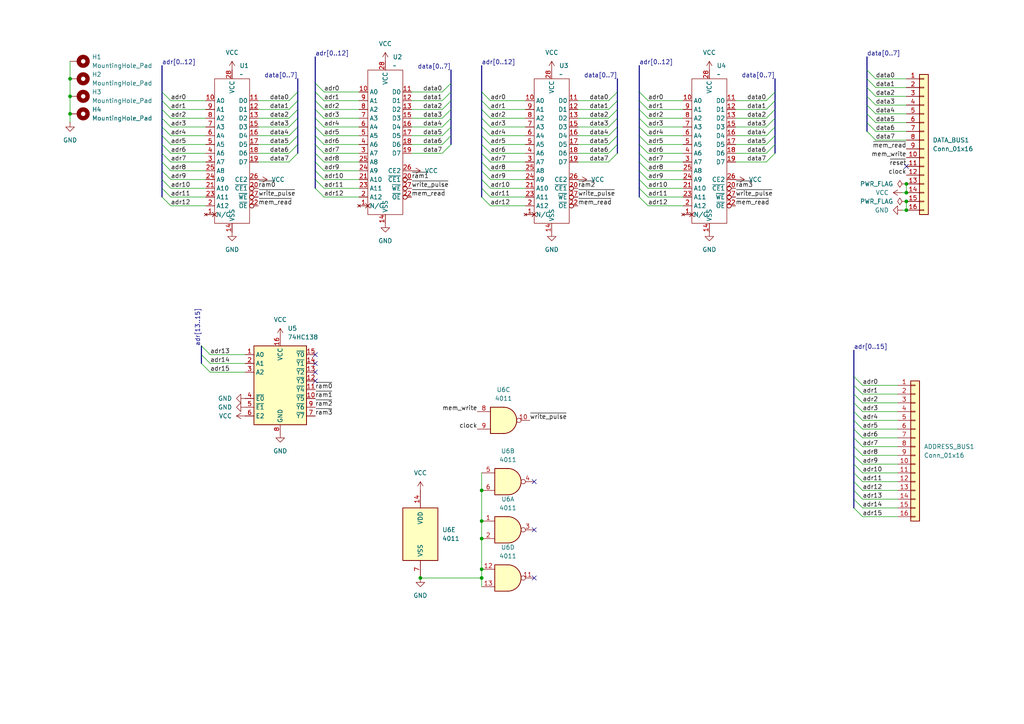
<source format=kicad_sch>
(kicad_sch (version 20250114) (generator "eeschema") (generator_version "9.0")
  (paper "A4")
  (title_block (title "PC-XX TEMPLATE") (rev "A"))
  (lib_symbols
    (symbol "4xxx:4011" (pin_names (offset 1.016))
      (property "Reference" "U" (at 0 1.27 0))
      (property "Value" "4011" (at 0 -1.27 0))
      (symbol "4011_1_1"
        (arc (start 0 3.81) (mid 3.7934 0) (end 0 -3.81) (stroke (width 0.254)) (fill (type background)))
        (polyline (pts (xy 0 3.81) (xy -3.81 3.81) (xy -3.81 -3.81) (xy 0 -3.81)) (stroke (width 0.254)) (fill (type background)))
        (pin input line (at -7.62 2.54 0) (length 3.81) (name "~") (number "1"))
        (pin input line (at -7.62 -2.54 0) (length 3.81) (name "~") (number "2"))
        (pin output inverted (at 7.62 0 180) (length 3.81) (name "~") (number "3"))
      )
      (symbol "4011_1_2"
        (arc (start -3.81 3.81) (mid -2.589 0) (end -3.81 -3.81) (stroke (width 0.254)))
        (polyline (pts (xy -3.81 3.81) (xy -0.635 3.81)) (stroke (width 0.254)) (fill (type background)))
        (polyline (pts (xy -3.81 -3.81) (xy -0.635 -3.81)) (stroke (width 0.254)) (fill (type background)))
        (arc (start 3.81 0) (mid 2.1855 -2.584) (end -0.6096 -3.81) (stroke (width 0.254)) (fill (type background)))
        (arc (start -0.6096 3.81) (mid 2.1928 2.5924) (end 3.81 0) (stroke (width 0.254)) (fill (type background)))
        (polyline (pts (xy -0.635 3.81) (xy -3.81 3.81) (xy -3.81 3.81) (xy -3.556 3.4036) (xy -3.0226 2.2606) (xy -2.6924 1.0414) (xy -2.6162 -0.254) (xy -2.7686 -1.4986) (xy -3.175 -2.7178) (xy -3.81 -3.81) (xy -3.81 -3.81) (xy -0.635 -3.81)) (stroke (width -25.4)) (fill (type background)))
        (pin input inverted (at -7.62 2.54 0) (length 4.318) (name "~") (number "1"))
        (pin input inverted (at -7.62 -2.54 0) (length 4.318) (name "~") (number "2"))
        (pin output line (at 7.62 0 180) (length 3.81) (name "~") (number "3"))
      )
      (symbol "4011_2_1"
        (arc (start 0 3.81) (mid 3.7934 0) (end 0 -3.81) (stroke (width 0.254)) (fill (type background)))
        (polyline (pts (xy 0 3.81) (xy -3.81 3.81) (xy -3.81 -3.81) (xy 0 -3.81)) (stroke (width 0.254)) (fill (type background)))
        (pin input line (at -7.62 2.54 0) (length 3.81) (name "~") (number "5"))
        (pin input line (at -7.62 -2.54 0) (length 3.81) (name "~") (number "6"))
        (pin output inverted (at 7.62 0 180) (length 3.81) (name "~") (number "4"))
      )
      (symbol "4011_2_2"
        (arc (start -3.81 3.81) (mid -2.589 0) (end -3.81 -3.81) (stroke (width 0.254)))
        (polyline (pts (xy -3.81 3.81) (xy -0.635 3.81)) (stroke (width 0.254)) (fill (type background)))
        (polyline (pts (xy -3.81 -3.81) (xy -0.635 -3.81)) (stroke (width 0.254)) (fill (type background)))
        (arc (start 3.81 0) (mid 2.1855 -2.584) (end -0.6096 -3.81) (stroke (width 0.254)) (fill (type background)))
        (arc (start -0.6096 3.81) (mid 2.1928 2.5924) (end 3.81 0) (stroke (width 0.254)) (fill (type background)))
        (polyline (pts (xy -0.635 3.81) (xy -3.81 3.81) (xy -3.81 3.81) (xy -3.556 3.4036) (xy -3.0226 2.2606) (xy -2.6924 1.0414) (xy -2.6162 -0.254) (xy -2.7686 -1.4986) (xy -3.175 -2.7178) (xy -3.81 -3.81) (xy -3.81 -3.81) (xy -0.635 -3.81)) (stroke (width -25.4)) (fill (type background)))
        (pin input inverted (at -7.62 2.54 0) (length 4.318) (name "~") (number "5"))
        (pin input inverted (at -7.62 -2.54 0) (length 4.318) (name "~") (number "6"))
        (pin output line (at 7.62 0 180) (length 3.81) (name "~") (number "4"))
      )
      (symbol "4011_3_1"
        (arc (start 0 3.81) (mid 3.7934 0) (end 0 -3.81) (stroke (width 0.254)) (fill (type background)))
        (polyline (pts (xy 0 3.81) (xy -3.81 3.81) (xy -3.81 -3.81) (xy 0 -3.81)) (stroke (width 0.254)) (fill (type background)))
        (pin input line (at -7.62 2.54 0) (length 3.81) (name "~") (number "8"))
        (pin input line (at -7.62 -2.54 0) (length 3.81) (name "~") (number "9"))
        (pin output inverted (at 7.62 0 180) (length 3.81) (name "~") (number "10"))
      )
      (symbol "4011_3_2"
        (arc (start -3.81 3.81) (mid -2.589 0) (end -3.81 -3.81) (stroke (width 0.254)))
        (polyline (pts (xy -3.81 3.81) (xy -0.635 3.81)) (stroke (width 0.254)) (fill (type background)))
        (polyline (pts (xy -3.81 -3.81) (xy -0.635 -3.81)) (stroke (width 0.254)) (fill (type background)))
        (arc (start 3.81 0) (mid 2.1855 -2.584) (end -0.6096 -3.81) (stroke (width 0.254)) (fill (type background)))
        (arc (start -0.6096 3.81) (mid 2.1928 2.5924) (end 3.81 0) (stroke (width 0.254)) (fill (type background)))
        (polyline (pts (xy -0.635 3.81) (xy -3.81 3.81) (xy -3.81 3.81) (xy -3.556 3.4036) (xy -3.0226 2.2606) (xy -2.6924 1.0414) (xy -2.6162 -0.254) (xy -2.7686 -1.4986) (xy -3.175 -2.7178) (xy -3.81 -3.81) (xy -3.81 -3.81) (xy -0.635 -3.81)) (stroke (width -25.4)) (fill (type background)))
        (pin input inverted (at -7.62 2.54 0) (length 4.318) (name "~") (number "8"))
        (pin input inverted (at -7.62 -2.54 0) (length 4.318) (name "~") (number "9"))
        (pin output line (at 7.62 0 180) (length 3.81) (name "~") (number "10"))
      )
      (symbol "4011_4_1"
        (arc (start 0 3.81) (mid 3.7934 0) (end 0 -3.81) (stroke (width 0.254)) (fill (type background)))
        (polyline (pts (xy 0 3.81) (xy -3.81 3.81) (xy -3.81 -3.81) (xy 0 -3.81)) (stroke (width 0.254)) (fill (type background)))
        (pin input line (at -7.62 2.54 0) (length 3.81) (name "~") (number "12"))
        (pin input line (at -7.62 -2.54 0) (length 3.81) (name "~") (number "13"))
        (pin output inverted (at 7.62 0 180) (length 3.81) (name "~") (number "11"))
      )
      (symbol "4011_4_2"
        (arc (start -3.81 3.81) (mid -2.589 0) (end -3.81 -3.81) (stroke (width 0.254)))
        (polyline (pts (xy -3.81 3.81) (xy -0.635 3.81)) (stroke (width 0.254)) (fill (type background)))
        (polyline (pts (xy -3.81 -3.81) (xy -0.635 -3.81)) (stroke (width 0.254)) (fill (type background)))
        (arc (start 3.81 0) (mid 2.1855 -2.584) (end -0.6096 -3.81) (stroke (width 0.254)) (fill (type background)))
        (arc (start -0.6096 3.81) (mid 2.1928 2.5924) (end 3.81 0) (stroke (width 0.254)) (fill (type background)))
        (polyline (pts (xy -0.635 3.81) (xy -3.81 3.81) (xy -3.81 3.81) (xy -3.556 3.4036) (xy -3.0226 2.2606) (xy -2.6924 1.0414) (xy -2.6162 -0.254) (xy -2.7686 -1.4986) (xy -3.175 -2.7178) (xy -3.81 -3.81) (xy -3.81 -3.81) (xy -0.635 -3.81)) (stroke (width -25.4)) (fill (type background)))
        (pin input inverted (at -7.62 2.54 0) (length 4.318) (name "~") (number "12"))
        (pin input inverted (at -7.62 -2.54 0) (length 4.318) (name "~") (number "13"))
        (pin output line (at 7.62 0 180) (length 3.81) (name "~") (number "11"))
      )
      (symbol "4011_5_0"
        (pin power_in line (at 0 12.7 270) (length 5.08) (name "VDD") (number "14"))
        (pin power_in line (at 0 -12.7 90) (length 5.08) (name "VSS") (number "7"))
      )
      (symbol "4011_5_1"
        (rectangle (start -5.08 7.62) (end 5.08 -7.62) (stroke (width 0.254)) (fill (type background)))
      )
    )
    (symbol "74xx:74HC138"
      (property "Reference" "U" (at -7.62 13.97 0))
      (property "Value" "74HC138" (at 2.54 -11.43 0))
      (symbol "74HC138_0_1"
        (rectangle (start -7.62 12.7) (end 7.62 -10.16) (stroke (width 0.254)) (fill (type background)))
      )
      (symbol "74HC138_1_1"
        (pin input line (at -10.16 10.16 0) (length 2.54) (name "A0") (number "1"))
        (pin input line (at -10.16 7.62 0) (length 2.54) (name "A1") (number "2"))
        (pin input line (at -10.16 5.08 0) (length 2.54) (name "A2") (number "3"))
        (pin input line (at -10.16 -2.54 0) (length 2.54) (name "~{E0}") (number "4"))
        (pin input line (at -10.16 -5.08 0) (length 2.54) (name "~{E1}") (number "5"))
        (pin input line (at -10.16 -7.62 0) (length 2.54) (name "E2") (number "6"))
        (pin power_in line (at 0 15.24 270) (length 2.54) (name "VCC") (number "16"))
        (pin power_in line (at 0 -12.7 90) (length 2.54) (name "GND") (number "8"))
        (pin output line (at 10.16 10.16 180) (length 2.54) (name "~{Y0}") (number "15"))
        (pin output line (at 10.16 7.62 180) (length 2.54) (name "~{Y1}") (number "14"))
        (pin output line (at 10.16 5.08 180) (length 2.54) (name "~{Y2}") (number "13"))
        (pin output line (at 10.16 2.54 180) (length 2.54) (name "~{Y3}") (number "12"))
        (pin output line (at 10.16 0 180) (length 2.54) (name "~{Y4}") (number "11"))
        (pin output line (at 10.16 -2.54 180) (length 2.54) (name "~{Y5}") (number "10"))
        (pin output line (at 10.16 -5.08 180) (length 2.54) (name "~{Y6}") (number "9"))
        (pin output line (at 10.16 -7.62 180) (length 2.54) (name "~{Y7}") (number "7"))
      )
    )
    (symbol "Connector_Generic:Conn_01x16" (pin_names (offset 1.016) (hide yes))
      (property "Reference" "J" (at 0 20.32 0))
      (property "Value" "Conn_01x16" (at 0 -22.86 0))
      (symbol "Conn_01x16_1_1"
        (rectangle (start -1.27 19.05) (end 1.27 -21.59) (stroke (width 0.254)) (fill (type background)))
        (rectangle (start -1.27 17.907) (end 0 17.653) (stroke (width 0.1524)))
        (rectangle (start -1.27 15.367) (end 0 15.113) (stroke (width 0.1524)))
        (rectangle (start -1.27 12.827) (end 0 12.573) (stroke (width 0.1524)))
        (rectangle (start -1.27 10.287) (end 0 10.033) (stroke (width 0.1524)))
        (rectangle (start -1.27 7.747) (end 0 7.493) (stroke (width 0.1524)))
        (rectangle (start -1.27 5.207) (end 0 4.953) (stroke (width 0.1524)))
        (rectangle (start -1.27 2.667) (end 0 2.413) (stroke (width 0.1524)))
        (rectangle (start -1.27 0.127) (end 0 -0.127) (stroke (width 0.1524)))
        (rectangle (start -1.27 -2.413) (end 0 -2.667) (stroke (width 0.1524)))
        (rectangle (start -1.27 -4.953) (end 0 -5.207) (stroke (width 0.1524)))
        (rectangle (start -1.27 -7.493) (end 0 -7.747) (stroke (width 0.1524)))
        (rectangle (start -1.27 -10.033) (end 0 -10.287) (stroke (width 0.1524)))
        (rectangle (start -1.27 -12.573) (end 0 -12.827) (stroke (width 0.1524)))
        (rectangle (start -1.27 -15.113) (end 0 -15.367) (stroke (width 0.1524)))
        (rectangle (start -1.27 -17.653) (end 0 -17.907) (stroke (width 0.1524)))
        (rectangle (start -1.27 -20.193) (end 0 -20.447) (stroke (width 0.1524)))
        (pin passive line (at -5.08 17.78 0) (length 3.81) (name "Pin_1") (number "1"))
        (pin passive line (at -5.08 15.24 0) (length 3.81) (name "Pin_2") (number "2"))
        (pin passive line (at -5.08 12.7 0) (length 3.81) (name "Pin_3") (number "3"))
        (pin passive line (at -5.08 10.16 0) (length 3.81) (name "Pin_4") (number "4"))
        (pin passive line (at -5.08 7.62 0) (length 3.81) (name "Pin_5") (number "5"))
        (pin passive line (at -5.08 5.08 0) (length 3.81) (name "Pin_6") (number "6"))
        (pin passive line (at -5.08 2.54 0) (length 3.81) (name "Pin_7") (number "7"))
        (pin passive line (at -5.08 0 0) (length 3.81) (name "Pin_8") (number "8"))
        (pin passive line (at -5.08 -2.54 0) (length 3.81) (name "Pin_9") (number "9"))
        (pin passive line (at -5.08 -5.08 0) (length 3.81) (name "Pin_10") (number "10"))
        (pin passive line (at -5.08 -7.62 0) (length 3.81) (name "Pin_11") (number "11"))
        (pin passive line (at -5.08 -10.16 0) (length 3.81) (name "Pin_12") (number "12"))
        (pin passive line (at -5.08 -12.7 0) (length 3.81) (name "Pin_13") (number "13"))
        (pin passive line (at -5.08 -15.24 0) (length 3.81) (name "Pin_14") (number "14"))
        (pin passive line (at -5.08 -17.78 0) (length 3.81) (name "Pin_15") (number "15"))
        (pin passive line (at -5.08 -20.32 0) (length 3.81) (name "Pin_16") (number "16"))
      )
    )
    (symbol "Mechanical:MountingHole_Pad" (pin_numbers (hide yes)) (pin_names (offset 1.016) (hide yes)) (exclude_from_sim yes) (in_bom no)
      (property "Reference" "H" (at 0 6.35 0))
      (property "Value" "MountingHole_Pad" (at 0 4.445 0))
      (symbol "MountingHole_Pad_0_1"
        (circle (center 0 1.27) (radius 1.27) (stroke (width 1.27)))
      )
      (symbol "MountingHole_Pad_1_1"
        (pin input line (at 0 -2.54 90) (length 2.54) (name "1") (number "1"))
      )
    )
    (symbol "custom:_1"
      (property "Reference" "U" (at 3.048 24.892 0))
      (symbol "_1_0_0"
        (pin input line (at -7.62 15.24 0) (length 2.54) (name "A0") (number "10"))
        (pin input line (at -7.62 12.7 0) (length 2.54) (name "A1") (number "9"))
        (pin input line (at -7.62 10.16 0) (length 2.54) (name "A2") (number "8"))
        (pin input line (at -7.62 7.62 0) (length 2.54) (name "A3") (number "7"))
        (pin input line (at -7.62 5.08 0) (length 2.54) (name "A4") (number "6"))
        (pin input line (at -7.62 2.54 0) (length 2.54) (name "A5") (number "5"))
        (pin input line (at -7.62 0 0) (length 2.54) (name "A6") (number "4"))
        (pin input line (at -7.62 -2.54 0) (length 2.54) (name "A7") (number "3"))
        (pin input line (at -7.62 -5.08 0) (length 2.54) (name "A8") (number "25"))
        (pin input line (at -7.62 -7.62 0) (length 2.54) (name "A9") (number "24"))
        (pin input line (at -7.62 -10.16 0) (length 2.54) (name "A10") (number "21"))
        (pin input line (at -7.62 -12.7 0) (length 2.54) (name "A11") (number "23"))
        (pin input line (at -7.62 -15.24 0) (length 2.54) (name "A12") (number "2"))
        (pin power_in line (at 0 24.13 270) (length 2.54) (name "VCC") (number "28"))
        (pin power_in line (at 0 -22.86 90) (length 2.54) (name "VSS") (number "14"))
        (pin tri_state line (at 7.62 15.24 180) (length 2.54) (name "D0") (number "11"))
        (pin tri_state line (at 7.62 12.7 180) (length 2.54) (name "D1") (number "12"))
        (pin tri_state line (at 7.62 10.16 180) (length 2.54) (name "D2") (number "13"))
        (pin tri_state line (at 7.62 7.62 180) (length 2.54) (name "D3") (number "15"))
        (pin tri_state line (at 7.62 5.08 180) (length 2.54) (name "D4") (number "16"))
        (pin tri_state line (at 7.62 2.54 180) (length 2.54) (name "D5") (number "17"))
        (pin tri_state line (at 7.62 0 180) (length 2.54) (name "D6") (number "18"))
        (pin tri_state line (at 7.62 -2.54 180) (length 2.54) (name "D7") (number "19"))
        (pin input line (at 7.62 -7.62 180) (length 2.54) (name "CE2") (number "26"))
        (pin input inverted (at 7.62 -10.16 180) (length 2.54) (name "~{CE1}") (number "20"))
        (pin input inverted (at 7.62 -12.7 180) (length 2.54) (name "~{WE}") (number "27"))
        (pin input inverted (at 7.62 -15.24 180) (length 2.54) (name "~{OE}") (number "22"))
      )
      (symbol "_1_0_1"
        (rectangle (start -5.08 21.59) (end 5.08 -20.32))
      )
      (symbol "_1_1_0"
        (pin no_connect non_logic (at -7.62 -17.78 0) (length 2.54) (name "N/C") (number "1"))
      )
    )
    (symbol "power:GND" (power) (pin_numbers (hide yes)) (pin_names (offset 0) (hide yes))
      (property "Value" "GND" (at 0 -3.81 0))
      (symbol "GND_0_1"
        (polyline (pts (xy 0 0) (xy 0 -1.27) (xy 1.27 -1.27) (xy 0 -2.54) (xy -1.27 -1.27) (xy 0 -1.27)))
      )
      (symbol "GND_1_1"
        (pin power_in line (at 0 0 270) (length 0) (name "~") (number "1"))
      )
    )
    (symbol "power:PWR_FLAG" (power) (pin_numbers (hide yes)) (pin_names (offset 0) (hide yes))
      (property "Value" "PWR_FLAG" (at 0 3.81 0))
      (symbol "PWR_FLAG_0_0"
        (pin power_out line (at 0 0 90) (length 0) (name "~") (number "1"))
      )
      (symbol "PWR_FLAG_0_1"
        (polyline (pts (xy 0 0) (xy 0 1.27) (xy -1.016 1.905) (xy 0 2.54) (xy 1.016 1.905) (xy 0 1.27)))
      )
    )
    (symbol "power:VCC" (power) (pin_numbers (hide yes)) (pin_names (offset 0) (hide yes))
      (property "Value" "VCC" (at 0 3.556 0))
      (symbol "VCC_0_1"
        (polyline (pts (xy -0.762 1.27) (xy 0 2.54)))
        (polyline (pts (xy 0 2.54) (xy 0.762 1.27)))
        (polyline (pts (xy 0 0) (xy 0 2.54)))
      )
      (symbol "VCC_1_1"
        (pin power_in line (at 0 0 90) (length 0) (name "~") (number "1"))
      )
    )
  )
  (junction (at 262.89 58.42))
  (junction (at 20.32 33.02))
  (junction (at 121.92 167.64))
  (junction (at 139.7 167.64))
  (junction (at 20.32 27.94))
  (junction (at 139.7 142.24))
  (junction (at 262.89 53.34))
  (junction (at 139.7 165.1))
  (junction (at 139.7 156.21))
  (junction (at 139.7 151.13))
  (junction (at 20.32 22.86))
  (junction (at 262.89 55.88))
  (junction (at 262.89 60.96))
  (no_connect (at 262.89 48.26))
  (no_connect (at 91.44 110.49))
  (no_connect (at 154.94 139.7))
  (no_connect (at 154.94 167.64))
  (no_connect (at 91.44 102.87))
  (no_connect (at 154.94 153.67))
  (no_connect (at 91.44 107.95))
  (no_connect (at 91.44 105.41))
  (bus_entry (at 91.44 34.29) (size 2.54 2.54))
  (bus_entry (at 179.07 29.21) (size -2.54 2.54))
  (bus_entry (at 130.81 39.37) (size -2.54 2.54))
  (bus_entry (at 139.7 39.37) (size 2.54 2.54))
  (bus_entry (at 139.7 49.53) (size 2.54 2.54))
  (bus_entry (at 251.46 20.32) (size 2.54 2.54))
  (bus_entry (at 91.44 49.53) (size 2.54 2.54))
  (bus_entry (at 139.7 41.91) (size 2.54 2.54))
  (bus_entry (at 86.36 34.29) (size -2.54 2.54))
  (bus_entry (at 46.99 34.29) (size 2.54 2.54))
  (bus_entry (at 185.42 26.67) (size 2.54 2.54))
  (bus_entry (at 91.44 29.21) (size 2.54 2.54))
  (bus_entry (at 91.44 52.07) (size 2.54 2.54))
  (bus_entry (at 139.7 44.45) (size 2.54 2.54))
  (bus_entry (at 247.65 127) (size 2.54 2.54))
  (bus_entry (at 91.44 44.45) (size 2.54 2.54))
  (bus_entry (at 46.99 36.83) (size 2.54 2.54))
  (bus_entry (at 46.99 39.37) (size 2.54 2.54))
  (bus_entry (at 251.46 33.02) (size 2.54 2.54))
  (bus_entry (at 247.65 142.24) (size 2.54 2.54))
  (bus_entry (at 130.81 29.21) (size -2.54 2.54))
  (bus_entry (at 86.36 39.37) (size -2.54 2.54))
  (bus_entry (at 46.99 26.67) (size 2.54 2.54))
  (bus_entry (at 185.42 41.91) (size 2.54 2.54))
  (bus_entry (at 251.46 22.86) (size 2.54 2.54))
  (bus_entry (at 247.65 132.08) (size 2.54 2.54))
  (bus_entry (at 185.42 57.15) (size 2.54 2.54))
  (bus_entry (at 179.07 44.45) (size -2.54 2.54))
  (bus_entry (at 46.99 31.75) (size 2.54 2.54))
  (bus_entry (at 224.79 39.37) (size -2.54 2.54))
  (bus_entry (at 91.44 26.67) (size 2.54 2.54))
  (bus_entry (at 91.44 54.61) (size 2.54 2.54))
  (bus_entry (at 139.7 57.15) (size 2.54 2.54))
  (bus_entry (at 224.79 29.21) (size -2.54 2.54))
  (bus_entry (at 130.81 41.91) (size -2.54 2.54))
  (bus_entry (at 247.65 139.7) (size 2.54 2.54))
  (bus_entry (at 224.79 41.91) (size -2.54 2.54))
  (bus_entry (at 185.42 49.53) (size 2.54 2.54))
  (bus_entry (at 139.7 34.29) (size 2.54 2.54))
  (bus_entry (at 185.42 39.37) (size 2.54 2.54))
  (bus_entry (at 46.99 54.61) (size 2.54 2.54))
  (bus_entry (at 247.65 111.76) (size 2.54 2.54))
  (bus_entry (at 247.65 147.32) (size 2.54 2.54))
  (bus_entry (at 91.44 41.91) (size 2.54 2.54))
  (bus_entry (at 139.7 46.99) (size 2.54 2.54))
  (bus_entry (at 251.46 25.4) (size 2.54 2.54))
  (bus_entry (at 139.7 29.21) (size 2.54 2.54))
  (bus_entry (at 224.79 26.67) (size -2.54 2.54))
  (bus_entry (at 185.42 34.29) (size 2.54 2.54))
  (bus_entry (at 251.46 35.56) (size 2.54 2.54))
  (bus_entry (at 46.99 41.91) (size 2.54 2.54))
  (bus_entry (at 247.65 121.92) (size 2.54 2.54))
  (bus_entry (at 185.42 44.45) (size 2.54 2.54))
  (bus_entry (at 139.7 54.61) (size 2.54 2.54))
  (bus_entry (at 86.36 41.91) (size -2.54 2.54))
  (bus_entry (at 247.65 129.54) (size 2.54 2.54))
  (bus_entry (at 91.44 24.13) (size 2.54 2.54))
  (bus_entry (at 185.42 31.75) (size 2.54 2.54))
  (bus_entry (at 46.99 52.07) (size 2.54 2.54))
  (bus_entry (at 247.65 119.38) (size 2.54 2.54))
  (bus_entry (at 46.99 44.45) (size 2.54 2.54))
  (bus_entry (at 247.65 116.84) (size 2.54 2.54))
  (bus_entry (at 247.65 144.78) (size 2.54 2.54))
  (bus_entry (at 46.99 46.99) (size 2.54 2.54))
  (bus_entry (at 185.42 52.07) (size 2.54 2.54))
  (bus_entry (at 185.42 36.83) (size 2.54 2.54))
  (bus_entry (at 224.79 36.83) (size -2.54 2.54))
  (bus_entry (at 46.99 57.15) (size 2.54 2.54))
  (bus_entry (at 58.42 102.87) (size 2.54 2.54))
  (bus_entry (at 86.36 31.75) (size -2.54 2.54))
  (bus_entry (at 130.81 36.83) (size -2.54 2.54))
  (bus_entry (at 86.36 36.83) (size -2.54 2.54))
  (bus_entry (at 86.36 29.21) (size -2.54 2.54))
  (bus_entry (at 185.42 46.99) (size 2.54 2.54))
  (bus_entry (at 91.44 36.83) (size 2.54 2.54))
  (bus_entry (at 224.79 44.45) (size -2.54 2.54))
  (bus_entry (at 86.36 26.67) (size -2.54 2.54))
  (bus_entry (at 91.44 39.37) (size 2.54 2.54))
  (bus_entry (at 247.65 114.3) (size 2.54 2.54))
  (bus_entry (at 139.7 52.07) (size 2.54 2.54))
  (bus_entry (at 91.44 31.75) (size 2.54 2.54))
  (bus_entry (at 224.79 34.29) (size -2.54 2.54))
  (bus_entry (at 179.07 34.29) (size -2.54 2.54))
  (bus_entry (at 58.42 100.33) (size 2.54 2.54))
  (bus_entry (at 139.7 31.75) (size 2.54 2.54))
  (bus_entry (at 130.81 31.75) (size -2.54 2.54))
  (bus_entry (at 179.07 41.91) (size -2.54 2.54))
  (bus_entry (at 130.81 24.13) (size -2.54 2.54))
  (bus_entry (at 179.07 31.75) (size -2.54 2.54))
  (bus_entry (at 130.81 26.67) (size -2.54 2.54))
  (bus_entry (at 139.7 26.67) (size 2.54 2.54))
  (bus_entry (at 251.46 38.1) (size 2.54 2.54))
  (bus_entry (at 247.65 137.16) (size 2.54 2.54))
  (bus_entry (at 130.81 34.29) (size -2.54 2.54))
  (bus_entry (at 251.46 30.48) (size 2.54 2.54))
  (bus_entry (at 185.42 54.61) (size 2.54 2.54))
  (bus_entry (at 179.07 39.37) (size -2.54 2.54))
  (bus_entry (at 224.79 31.75) (size -2.54 2.54))
  (bus_entry (at 91.44 46.99) (size 2.54 2.54))
  (bus_entry (at 46.99 29.21) (size 2.54 2.54))
  (bus_entry (at 251.46 27.94) (size 2.54 2.54))
  (bus_entry (at 58.42 105.41) (size 2.54 2.54))
  (bus_entry (at 139.7 36.83) (size 2.54 2.54))
  (bus_entry (at 247.65 124.46) (size 2.54 2.54))
  (bus_entry (at 247.65 134.62) (size 2.54 2.54))
  (bus_entry (at 46.99 49.53) (size 2.54 2.54))
  (bus_entry (at 185.42 29.21) (size 2.54 2.54))
  (bus_entry (at 247.65 109.22) (size 2.54 2.54))
  (bus_entry (at 86.36 44.45) (size -2.54 2.54))
  (bus_entry (at 179.07 36.83) (size -2.54 2.54))
  (bus_entry (at 179.07 26.67) (size -2.54 2.54))
  (wire (pts (xy 49.53 49.53) (xy 59.69 49.53)))
  (wire (pts (xy 250.19 111.76) (xy 260.35 111.76)))
  (wire (pts (xy 176.53 34.29) (xy 167.64 34.29)))
  (wire (pts (xy 250.19 124.46) (xy 260.35 124.46)))
  (wire (pts (xy 222.25 29.21) (xy 213.36 29.21)))
  (wire (pts (xy 93.98 34.29) (xy 104.14 34.29)))
  (bus (pts (xy 247.65 139.7) (xy 247.65 142.24)))
  (bus (pts (xy 91.44 36.83) (xy 91.44 39.37)))
  (wire (pts (xy 187.96 57.15) (xy 198.12 57.15)))
  (bus (pts (xy 185.42 49.53) (xy 185.42 52.07)))
  (bus (pts (xy 179.07 26.67) (xy 179.07 29.21)))
  (bus (pts (xy 130.81 34.29) (xy 130.81 36.83)))
  (wire (pts (xy 83.82 29.21) (xy 74.93 29.21)))
  (wire (pts (xy 261.62 60.96) (xy 262.89 60.96)))
  (wire (pts (xy 49.53 44.45) (xy 59.69 44.45)))
  (wire (pts (xy 139.7 167.64) (xy 139.7 170.18)))
  (wire (pts (xy 254 40.64) (xy 262.89 40.64)))
  (bus (pts (xy 185.42 36.83) (xy 185.42 39.37)))
  (wire (pts (xy 60.96 105.41) (xy 71.12 105.41)))
  (wire (pts (xy 93.98 41.91) (xy 104.14 41.91)))
  (wire (pts (xy 93.98 31.75) (xy 104.14 31.75)))
  (wire (pts (xy 139.7 156.21) (xy 139.7 165.1)))
  (wire (pts (xy 60.96 102.87) (xy 71.12 102.87)))
  (wire (pts (xy 49.53 46.99) (xy 59.69 46.99)))
  (bus (pts (xy 247.65 101.6) (xy 247.65 109.22)))
  (bus (pts (xy 179.07 34.29) (xy 179.07 36.83)))
  (wire (pts (xy 49.53 41.91) (xy 59.69 41.91)))
  (bus (pts (xy 185.42 19.05) (xy 185.42 26.67)))
  (wire (pts (xy 83.82 44.45) (xy 74.93 44.45)))
  (bus (pts (xy 91.44 49.53) (xy 91.44 52.07)))
  (bus (pts (xy 139.7 31.75) (xy 139.7 34.29)))
  (bus (pts (xy 247.65 114.3) (xy 247.65 116.84)))
  (bus (pts (xy 91.44 44.45) (xy 91.44 46.99)))
  (bus (pts (xy 91.44 52.07) (xy 91.44 54.61)))
  (bus (pts (xy 247.65 129.54) (xy 247.65 132.08)))
  (wire (pts (xy 93.98 54.61) (xy 104.14 54.61)))
  (wire (pts (xy 83.82 41.91) (xy 74.93 41.91)))
  (bus (pts (xy 46.99 39.37) (xy 46.99 41.91)))
  (bus (pts (xy 46.99 44.45) (xy 46.99 46.99)))
  (bus (pts (xy 91.44 16.51) (xy 91.44 24.13)))
  (wire (pts (xy 142.24 44.45) (xy 152.4 44.45)))
  (wire (pts (xy 250.19 139.7) (xy 260.35 139.7)))
  (wire (pts (xy 250.19 149.86) (xy 260.35 149.86)))
  (wire (pts (xy 250.19 114.3) (xy 260.35 114.3)))
  (wire (pts (xy 222.25 41.91) (xy 213.36 41.91)))
  (bus (pts (xy 251.46 35.56) (xy 251.46 38.1)))
  (bus (pts (xy 185.42 52.07) (xy 185.42 54.61)))
  (wire (pts (xy 83.82 46.99) (xy 74.93 46.99)))
  (wire (pts (xy 128.27 29.21) (xy 119.38 29.21)))
  (wire (pts (xy 187.96 29.21) (xy 198.12 29.21)))
  (wire (pts (xy 250.19 116.84) (xy 260.35 116.84)))
  (wire (pts (xy 20.32 27.94) (xy 20.32 33.02)))
  (bus (pts (xy 139.7 44.45) (xy 139.7 46.99)))
  (wire (pts (xy 187.96 31.75) (xy 198.12 31.75)))
  (wire (pts (xy 176.53 39.37) (xy 167.64 39.37)))
  (wire (pts (xy 176.53 29.21) (xy 167.64 29.21)))
  (wire (pts (xy 20.32 17.78) (xy 20.32 22.86)))
  (wire (pts (xy 250.19 127) (xy 260.35 127)))
  (bus (pts (xy 130.81 29.21) (xy 130.81 31.75)))
  (wire (pts (xy 142.24 49.53) (xy 152.4 49.53)))
  (wire (pts (xy 254 25.4) (xy 262.89 25.4)))
  (bus (pts (xy 185.42 46.99) (xy 185.42 49.53)))
  (bus (pts (xy 185.42 29.21) (xy 185.42 31.75)))
  (bus (pts (xy 91.44 29.21) (xy 91.44 31.75)))
  (bus (pts (xy 185.42 54.61) (xy 185.42 57.15)))
  (wire (pts (xy 83.82 34.29) (xy 74.93 34.29)))
  (bus (pts (xy 58.42 100.33) (xy 58.42 102.87)))
  (bus (pts (xy 179.07 39.37) (xy 179.07 41.91)))
  (bus (pts (xy 179.07 36.83) (xy 179.07 39.37)))
  (wire (pts (xy 142.24 36.83) (xy 152.4 36.83)))
  (bus (pts (xy 139.7 26.67) (xy 139.7 29.21)))
  (wire (pts (xy 142.24 29.21) (xy 152.4 29.21)))
  (wire (pts (xy 222.25 39.37) (xy 213.36 39.37)))
  (bus (pts (xy 224.79 41.91) (xy 224.79 44.45)))
  (bus (pts (xy 91.44 26.67) (xy 91.44 29.21)))
  (wire (pts (xy 250.19 129.54) (xy 260.35 129.54)))
  (bus (pts (xy 86.36 22.86) (xy 86.36 26.67)))
  (bus (pts (xy 91.44 41.91) (xy 91.44 44.45)))
  (bus (pts (xy 46.99 54.61) (xy 46.99 57.15)))
  (bus (pts (xy 185.42 39.37) (xy 185.42 41.91)))
  (wire (pts (xy 93.98 44.45) (xy 104.14 44.45)))
  (bus (pts (xy 46.99 26.67) (xy 46.99 29.21)))
  (wire (pts (xy 187.96 59.69) (xy 198.12 59.69)))
  (wire (pts (xy 187.96 34.29) (xy 198.12 34.29)))
  (bus (pts (xy 139.7 29.21) (xy 139.7 31.75)))
  (bus (pts (xy 247.65 127) (xy 247.65 129.54)))
  (bus (pts (xy 251.46 25.4) (xy 251.46 27.94)))
  (bus (pts (xy 247.65 124.46) (xy 247.65 127)))
  (bus (pts (xy 185.42 31.75) (xy 185.42 34.29)))
  (wire (pts (xy 254 27.94) (xy 262.89 27.94)))
  (wire (pts (xy 250.19 142.24) (xy 260.35 142.24)))
  (wire (pts (xy 49.53 36.83) (xy 59.69 36.83)))
  (bus (pts (xy 179.07 29.21) (xy 179.07 31.75)))
  (bus (pts (xy 139.7 39.37) (xy 139.7 41.91)))
  (wire (pts (xy 250.19 132.08) (xy 260.35 132.08)))
  (bus (pts (xy 91.44 39.37) (xy 91.44 41.91)))
  (wire (pts (xy 222.25 31.75) (xy 213.36 31.75)))
  (wire (pts (xy 187.96 46.99) (xy 198.12 46.99)))
  (wire (pts (xy 250.19 137.16) (xy 260.35 137.16)))
  (wire (pts (xy 176.53 41.91) (xy 167.64 41.91)))
  (bus (pts (xy 224.79 22.86) (xy 224.79 26.67)))
  (bus (pts (xy 224.79 36.83) (xy 224.79 39.37)))
  (bus (pts (xy 247.65 111.76) (xy 247.65 114.3)))
  (bus (pts (xy 251.46 22.86) (xy 251.46 25.4)))
  (bus (pts (xy 86.36 29.21) (xy 86.36 31.75)))
  (wire (pts (xy 187.96 44.45) (xy 198.12 44.45)))
  (wire (pts (xy 128.27 41.91) (xy 119.38 41.91)))
  (wire (pts (xy 187.96 36.83) (xy 198.12 36.83)))
  (bus (pts (xy 247.65 134.62) (xy 247.65 137.16)))
  (bus (pts (xy 46.99 52.07) (xy 46.99 54.61)))
  (wire (pts (xy 93.98 57.15) (xy 104.14 57.15)))
  (wire (pts (xy 93.98 26.67) (xy 104.14 26.67)))
  (bus (pts (xy 46.99 36.83) (xy 46.99 39.37)))
  (bus (pts (xy 251.46 16.51) (xy 251.46 20.32)))
  (wire (pts (xy 254 30.48) (xy 262.89 30.48)))
  (bus (pts (xy 46.99 46.99) (xy 46.99 49.53)))
  (bus (pts (xy 86.36 36.83) (xy 86.36 39.37)))
  (wire (pts (xy 93.98 46.99) (xy 104.14 46.99)))
  (bus (pts (xy 91.44 24.13) (xy 91.44 26.67)))
  (bus (pts (xy 91.44 31.75) (xy 91.44 34.29)))
  (wire (pts (xy 250.19 147.32) (xy 260.35 147.32)))
  (wire (pts (xy 254 35.56) (xy 262.89 35.56)))
  (bus (pts (xy 86.36 39.37) (xy 86.36 41.91)))
  (bus (pts (xy 247.65 109.22) (xy 247.65 111.76)))
  (bus (pts (xy 86.36 41.91) (xy 86.36 44.45)))
  (wire (pts (xy 176.53 46.99) (xy 167.64 46.99)))
  (wire (pts (xy 176.53 31.75) (xy 167.64 31.75)))
  (bus (pts (xy 86.36 26.67) (xy 86.36 29.21)))
  (wire (pts (xy 142.24 54.61) (xy 152.4 54.61)))
  (wire (pts (xy 254 33.02) (xy 262.89 33.02)))
  (wire (pts (xy 93.98 39.37) (xy 104.14 39.37)))
  (bus (pts (xy 179.07 41.91) (xy 179.07 44.45)))
  (wire (pts (xy 142.24 34.29) (xy 152.4 34.29)))
  (bus (pts (xy 139.7 49.53) (xy 139.7 52.07)))
  (wire (pts (xy 49.53 57.15) (xy 59.69 57.15)))
  (wire (pts (xy 222.25 46.99) (xy 213.36 46.99)))
  (wire (pts (xy 222.25 44.45) (xy 213.36 44.45)))
  (wire (pts (xy 93.98 36.83) (xy 104.14 36.83)))
  (bus (pts (xy 251.46 30.48) (xy 251.46 33.02)))
  (wire (pts (xy 261.62 55.88) (xy 262.89 55.88)))
  (wire (pts (xy 187.96 54.61) (xy 198.12 54.61)))
  (wire (pts (xy 128.27 39.37) (xy 119.38 39.37)))
  (bus (pts (xy 46.99 41.91) (xy 46.99 44.45)))
  (bus (pts (xy 46.99 19.05) (xy 46.99 26.67)))
  (wire (pts (xy 250.19 119.38) (xy 260.35 119.38)))
  (bus (pts (xy 130.81 26.67) (xy 130.81 29.21)))
  (wire (pts (xy 142.24 52.07) (xy 152.4 52.07)))
  (bus (pts (xy 251.46 33.02) (xy 251.46 35.56)))
  (bus (pts (xy 247.65 132.08) (xy 247.65 134.62)))
  (wire (pts (xy 139.7 151.13) (xy 139.7 156.21)))
  (wire (pts (xy 250.19 134.62) (xy 260.35 134.62)))
  (wire (pts (xy 139.7 137.16) (xy 139.7 142.24)))
  (wire (pts (xy 128.27 34.29) (xy 119.38 34.29)))
  (wire (pts (xy 250.19 144.78) (xy 260.35 144.78)))
  (wire (pts (xy 83.82 39.37) (xy 74.93 39.37)))
  (bus (pts (xy 224.79 39.37) (xy 224.79 41.91)))
  (bus (pts (xy 185.42 44.45) (xy 185.42 46.99)))
  (bus (pts (xy 247.65 144.78) (xy 247.65 147.32)))
  (wire (pts (xy 176.53 36.83) (xy 167.64 36.83)))
  (bus (pts (xy 139.7 52.07) (xy 139.7 54.61)))
  (wire (pts (xy 83.82 31.75) (xy 74.93 31.75)))
  (wire (pts (xy 93.98 29.21) (xy 104.14 29.21)))
  (wire (pts (xy 142.24 39.37) (xy 152.4 39.37)))
  (bus (pts (xy 46.99 34.29) (xy 46.99 36.83)))
  (bus (pts (xy 251.46 20.32) (xy 251.46 22.86)))
  (bus (pts (xy 139.7 36.83) (xy 139.7 39.37)))
  (wire (pts (xy 49.53 59.69) (xy 59.69 59.69)))
  (bus (pts (xy 247.65 137.16) (xy 247.65 139.7)))
  (bus (pts (xy 224.79 31.75) (xy 224.79 34.29)))
  (wire (pts (xy 254 22.86) (xy 262.89 22.86)))
  (wire (pts (xy 128.27 31.75) (xy 119.38 31.75)))
  (bus (pts (xy 91.44 46.99) (xy 91.44 49.53)))
  (wire (pts (xy 142.24 41.91) (xy 152.4 41.91)))
  (bus (pts (xy 185.42 34.29) (xy 185.42 36.83)))
  (bus (pts (xy 185.42 41.91) (xy 185.42 44.45)))
  (wire (pts (xy 254 38.1) (xy 262.89 38.1)))
  (bus (pts (xy 130.81 36.83) (xy 130.81 39.37)))
  (wire (pts (xy 49.53 54.61) (xy 59.69 54.61)))
  (wire (pts (xy 142.24 46.99) (xy 152.4 46.99)))
  (bus (pts (xy 46.99 49.53) (xy 46.99 52.07)))
  (wire (pts (xy 49.53 31.75) (xy 59.69 31.75)))
  (bus (pts (xy 139.7 19.05) (xy 139.7 26.67)))
  (wire (pts (xy 128.27 36.83) (xy 119.38 36.83)))
  (bus (pts (xy 130.81 31.75) (xy 130.81 34.29)))
  (wire (pts (xy 222.25 34.29) (xy 213.36 34.29)))
  (bus (pts (xy 179.07 22.86) (xy 179.07 26.67)))
  (wire (pts (xy 262.89 58.42) (xy 262.89 60.96)))
  (wire (pts (xy 60.96 107.95) (xy 71.12 107.95)))
  (bus (pts (xy 46.99 29.21) (xy 46.99 31.75)))
  (wire (pts (xy 49.53 39.37) (xy 59.69 39.37)))
  (wire (pts (xy 222.25 36.83) (xy 213.36 36.83)))
  (wire (pts (xy 49.53 52.07) (xy 59.69 52.07)))
  (bus (pts (xy 139.7 54.61) (xy 139.7 57.15)))
  (bus (pts (xy 130.81 24.13) (xy 130.81 26.67)))
  (bus (pts (xy 139.7 46.99) (xy 139.7 49.53)))
  (bus (pts (xy 139.7 34.29) (xy 139.7 36.83)))
  (bus (pts (xy 86.36 31.75) (xy 86.36 34.29)))
  (bus (pts (xy 247.65 119.38) (xy 247.65 121.92)))
  (wire (pts (xy 262.89 53.34) (xy 262.89 55.88)))
  (wire (pts (xy 142.24 57.15) (xy 152.4 57.15)))
  (wire (pts (xy 128.27 44.45) (xy 119.38 44.45)))
  (bus (pts (xy 58.42 102.87) (xy 58.42 105.41)))
  (wire (pts (xy 83.82 36.83) (xy 74.93 36.83)))
  (wire (pts (xy 187.96 39.37) (xy 198.12 39.37)))
  (bus (pts (xy 130.81 20.32) (xy 130.81 24.13)))
  (wire (pts (xy 93.98 52.07) (xy 104.14 52.07)))
  (bus (pts (xy 139.7 41.91) (xy 139.7 44.45)))
  (bus (pts (xy 251.46 27.94) (xy 251.46 30.48)))
  (wire (pts (xy 176.53 44.45) (xy 167.64 44.45)))
  (bus (pts (xy 46.99 31.75) (xy 46.99 34.29)))
  (bus (pts (xy 185.42 26.67) (xy 185.42 29.21)))
  (bus (pts (xy 247.65 116.84) (xy 247.65 119.38)))
  (bus (pts (xy 224.79 26.67) (xy 224.79 29.21)))
  (wire (pts (xy 20.32 35.56) (xy 20.32 33.02)))
  (wire (pts (xy 128.27 26.67) (xy 119.38 26.67)))
  (wire (pts (xy 187.96 49.53) (xy 198.12 49.53)))
  (bus (pts (xy 247.65 142.24) (xy 247.65 144.78)))
  (wire (pts (xy 187.96 41.91) (xy 198.12 41.91)))
  (wire (pts (xy 93.98 49.53) (xy 104.14 49.53)))
  (bus (pts (xy 179.07 31.75) (xy 179.07 34.29)))
  (bus (pts (xy 130.81 39.37) (xy 130.81 41.91)))
  (bus (pts (xy 224.79 29.21) (xy 224.79 31.75)))
  (bus (pts (xy 224.79 34.29) (xy 224.79 36.83)))
  (bus (pts (xy 91.44 34.29) (xy 91.44 36.83)))
  (wire (pts (xy 20.32 22.86) (xy 20.32 27.94)))
  (bus (pts (xy 86.36 34.29) (xy 86.36 36.83)))
  (wire (pts (xy 49.53 29.21) (xy 59.69 29.21)))
  (wire (pts (xy 49.53 34.29) (xy 59.69 34.29)))
  (wire (pts (xy 121.92 167.64) (xy 139.7 167.64)))
  (bus (pts (xy 247.65 121.92) (xy 247.65 124.46)))
  (wire (pts (xy 139.7 142.24) (xy 139.7 151.13)))
  (wire (pts (xy 250.19 121.92) (xy 260.35 121.92)))
  (wire (pts (xy 142.24 31.75) (xy 152.4 31.75)))
  (wire (pts (xy 142.24 59.69) (xy 152.4 59.69)))
  (wire (pts (xy 139.7 165.1) (xy 139.7 167.64)))
  (wire (pts (xy 187.96 52.07) (xy 198.12 52.07)))
  (label "adr7" (at 93.98 44.45 0))
  (label "~{ram2}" (at 91.44 118.11 0))
  (label "adr14" (at 250.19 147.32 0))
  (label "data7" (at 222.25 46.99 180))
  (label "adr13" (at 60.96 102.87 0))
  (label "data0" (at 128.27 26.67 180))
  (label "data5" (at 176.53 41.91 180))
  (label "data5" (at 222.25 41.91 180))
  (label "data3" (at 254 30.48 0))
  (label "adr11" (at 49.53 57.15 0))
  (label "adr6" (at 187.96 44.45 0))
  (label "adr2" (at 93.98 31.75 0))
  (label "adr7" (at 187.96 46.99 0))
  (label "adr5" (at 250.19 124.46 0))
  (label "adr3" (at 93.98 34.29 0))
  (label "data4" (at 83.82 39.37 180))
  (label "data[0..7]" (at 130.81 20.32 180))
  (label "adr13" (at 250.19 144.78 0))
  (label "data1" (at 176.53 31.75 180))
  (label "adr8" (at 142.24 49.53 0))
  (label "adr[0..12]" (at 91.44 16.51 0))
  (label "adr5" (at 187.96 41.91 0))
  (label "~{reset}" (at 262.89 48.26 180))
  (label "~{mem_read}" (at 74.93 59.69 0))
  (label "adr0" (at 142.24 29.21 0))
  (label "data4" (at 128.27 36.83 180))
  (label "adr11" (at 142.24 57.15 0))
  (label "data6" (at 83.82 44.45 180))
  (label "adr11" (at 250.19 139.7 0))
  (label "adr9" (at 187.96 52.07 0))
  (label "adr2" (at 250.19 116.84 0))
  (label "~{mem_read}" (at 167.64 59.69 0))
  (label "data1" (at 222.25 31.75 180))
  (label "adr9" (at 93.98 49.53 0))
  (label "data6" (at 222.25 44.45 180))
  (label "adr6" (at 250.19 127 0))
  (label "~{ram2}" (at 167.64 54.61 0))
  (label "adr3" (at 187.96 36.83 0))
  (label "data2" (at 176.53 34.29 180))
  (label "data2" (at 128.27 31.75 180))
  (label "adr8" (at 93.98 46.99 0))
  (label "data5" (at 83.82 41.91 180))
  (label "adr4" (at 49.53 39.37 0))
  (label "adr[0..12]" (at 46.99 19.05 0))
  (label "data3" (at 83.82 36.83 180))
  (label "~{write_pulse}" (at 153.67 121.92 0))
  (label "adr2" (at 49.53 34.29 0))
  (label "~{ram0}" (at 91.44 113.03 0))
  (label "data5" (at 254 35.56 0))
  (label "data4" (at 176.53 39.37 180))
  (label "adr12" (at 93.98 57.15 0))
  (label "adr12" (at 187.96 59.69 0))
  (label "mem_write" (at 262.89 45.72 180))
  (label "adr1" (at 187.96 31.75 0))
  (label "data3" (at 222.25 36.83 180))
  (label "data[0..7]" (at 179.07 22.86 180))
  (label "data[0..7]" (at 86.36 22.86 180))
  (label "~{ram3}" (at 213.36 54.61 0))
  (label "adr7" (at 142.24 46.99 0))
  (label "~{ram1}" (at 91.44 115.57 0))
  (label "mem_write" (at 138.43 119.38 180))
  (label "~{mem_read}" (at 262.89 43.18 180))
  (label "adr8" (at 49.53 49.53 0))
  (label "adr12" (at 250.19 142.24 0))
  (label "adr1" (at 250.19 114.3 0))
  (label "data7" (at 254 40.64 0))
  (label "data4" (at 254 33.02 0))
  (label "~{mem_read}" (at 213.36 59.69 0))
  (label "data6" (at 128.27 41.91 180))
  (label "~{ram1}" (at 119.38 52.07 0))
  (label "adr[0..15]" (at 247.65 101.6 0))
  (label "adr0" (at 250.19 111.76 0))
  (label "adr10" (at 187.96 54.61 0))
  (label "adr7" (at 250.19 129.54 0))
  (label "data2" (at 83.82 34.29 180))
  (label "adr1" (at 142.24 31.75 0))
  (label "data1" (at 83.82 31.75 180))
  (label "adr10" (at 93.98 52.07 0))
  (label "adr[13..15]" (at 58.42 100.33 90))
  (label "clock" (at 138.43 124.46 180))
  (label "data2" (at 254 27.94 0))
  (label "data0" (at 222.25 29.21 180))
  (label "adr15" (at 60.96 107.95 0))
  (label "adr8" (at 187.96 49.53 0))
  (label "adr12" (at 142.24 59.69 0))
  (label "adr8" (at 250.19 132.08 0))
  (label "data2" (at 222.25 34.29 180))
  (label "adr4" (at 187.96 39.37 0))
  (label "clock" (at 262.89 50.8 180))
  (label "data0" (at 83.82 29.21 180))
  (label "adr10" (at 142.24 54.61 0))
  (label "adr3" (at 49.53 36.83 0))
  (label "adr11" (at 187.96 57.15 0))
  (label "adr1" (at 93.98 29.21 0))
  (label "~{write_pulse}" (at 119.38 54.61 0))
  (label "data6" (at 176.53 44.45 180))
  (label "adr2" (at 142.24 34.29 0))
  (label "data7" (at 176.53 46.99 180))
  (label "~{write_pulse}" (at 213.36 57.15 0))
  (label "adr15" (at 250.19 149.86 0))
  (label "adr4" (at 250.19 121.92 0))
  (label "data1" (at 128.27 29.21 180))
  (label "data[0..7]" (at 224.79 22.86 180))
  (label "adr7" (at 49.53 46.99 0))
  (label "adr14" (at 60.96 105.41 0))
  (label "adr10" (at 250.19 137.16 0))
  (label "adr2" (at 187.96 34.29 0))
  (label "adr0" (at 187.96 29.21 0))
  (label "data[0..7]" (at 251.46 16.51 0))
  (label "adr5" (at 142.24 41.91 0))
  (label "~{write_pulse}" (at 74.93 57.15 0))
  (label "adr0" (at 49.53 29.21 0))
  (label "adr11" (at 93.98 54.61 0))
  (label "adr4" (at 142.24 39.37 0))
  (label "adr9" (at 250.19 134.62 0))
  (label "data3" (at 128.27 34.29 180))
  (label "data4" (at 222.25 39.37 180))
  (label "~{mem_read}" (at 119.38 57.15 0))
  (label "data1" (at 254 25.4 0))
  (label "adr5" (at 49.53 41.91 0))
  (label "adr9" (at 142.24 52.07 0))
  (label "adr3" (at 142.24 36.83 0))
  (label "~{ram0}" (at 74.93 54.61 0))
  (label "data0" (at 176.53 29.21 180))
  (label "adr1" (at 49.53 31.75 0))
  (label "~{write_pulse}" (at 167.64 57.15 0))
  (label "adr[0..12]" (at 139.7 19.05 0))
  (label "data5" (at 128.27 39.37 180))
  (label "data6" (at 254 38.1 0))
  (label "adr0" (at 93.98 26.67 0))
  (label "adr6" (at 142.24 44.45 0))
  (label "adr12" (at 49.53 59.69 0))
  (label "adr6" (at 49.53 44.45 0))
  (label "~{ram3}" (at 91.44 120.65 0))
  (label "adr10" (at 49.53 54.61 0))
  (label "adr9" (at 49.53 52.07 0))
  (label "adr6" (at 93.98 41.91 0))
  (label "adr5" (at 93.98 39.37 0))
  (label "data7" (at 128.27 44.45 180))
  (label "adr[0..12]" (at 185.42 19.05 0))
  (label "adr4" (at 93.98 36.83 0))
  (label "data3" (at 176.53 36.83 180))
  (label "adr3" (at 250.19 119.38 0))
  (label "data0" (at 254 22.86 0))
  (label "data7" (at 83.82 46.99 180))
  (symbol (lib_id "power:GND") (at 205.74 67.31 0) (unit 1)
    (property "Reference" "#PWR08" (effects (hide yes)))
    (property "Value" "GND" (at 205.74 72.39 0))
    (property "Description" "Power symbol creates a global label with name \"GND\" , ground" (effects (hide yes)))
  )
  (symbol (lib_id "custom:_1") (at 160.02 44.45 0) (unit 1)
    (property "Reference" "U3" (at 162.1633 19.05 0) (effects (justify left)))
    (property "Value" "~" (at 162.1633 21.59 0) (effects (justify left)))
    (property "Footprint" "Package_DIP:DIP-28_W7.62mm_LongPads" (effects (hide yes)))
  )
  (symbol (lib_id "power:VCC") (at 160.02 20.32 0) (unit 1)
    (property "Reference" "#PWR04" (effects (hide yes)))
    (property "Value" "VCC" (at 160.02 15.24 0))
    (property "Description" "Power symbol creates a global label with name \"VCC\"" (effects (hide yes)))
  )
  (symbol (lib_id "4xxx:4011") (at 121.92 154.94 0) (unit 5)
    (property "Reference" "U6" (at 128.27 153.6699 0) (effects (justify left)))
    (property "Value" "4011" (at 128.27 156.2099 0) (effects (justify left)))
    (property "Footprint" "Package_DIP:DIP-14_W7.62mm_LongPads" (effects (hide yes)))
    (property "Datasheet" "http://www.intersil.com/content/dam/Intersil/documents/cd40/cd4011bms-12bms-23bms.pdf" (effects (hide yes)))
    (property "Description" "Quad Nand 2 inputs" (effects (hide yes)))
  )
  (symbol (lib_id "4xxx:4011") (at 147.32 153.67 0) (unit 1)
    (property "Reference" "U6" (at 147.3117 144.78 0))
    (property "Value" "4011" (at 147.3117 147.32 0))
    (property "Footprint" "Package_DIP:DIP-14_W7.62mm_LongPads" (effects (hide yes)))
    (property "Datasheet" "http://www.intersil.com/content/dam/Intersil/documents/cd40/cd4011bms-12bms-23bms.pdf" (effects (hide yes)))
    (property "Description" "Quad Nand 2 inputs" (effects (hide yes)))
  )
  (symbol (lib_id "74xx:74HC138") (at 81.28 113.03 0) (unit 1)
    (property "Reference" "U5" (at 83.4233 95.25 0) (effects (justify left)))
    (property "Value" "74HC138" (at 83.4233 97.79 0) (effects (justify left)))
    (property "Footprint" "Package_DIP:DIP-16_W7.62mm_LongPads" (effects (hide yes)))
    (property "Datasheet" "http://www.ti.com/lit/ds/symlink/cd74hc238.pdf" (effects (hide yes)))
    (property "Description" "3-to-8 line decoder/multiplexer inverting, DIP-16/SOIC-16/SSOP-16" (effects (hide yes)))
  )
  (symbol (lib_id "power:VCC") (at 81.28 97.79 0) (unit 1)
    (property "Reference" "#PWR01" (effects (hide yes)))
    (property "Value" "VCC" (at 81.28 92.71 0))
    (property "Description" "Power symbol creates a global label with name \"VCC\"" (effects (hide yes)))
  )
  (symbol (lib_id "power:GND") (at 71.12 115.57 270) (unit 1)
    (property "Reference" "#PWR016" (effects (hide yes)))
    (property "Value" "GND" (at 67.31 115.5699 90) (effects (justify right)))
    (property "Description" "Power symbol creates a global label with name \"GND\" , ground" (effects (hide yes)))
  )
  (symbol (lib_id "custom:_1") (at 111.76 41.91 0) (unit 1)
    (property "Reference" "U2" (at 113.9033 16.51 0) (effects (justify left)))
    (property "Value" "~" (at 113.9033 19.05 0) (effects (justify left)))
    (property "Footprint" "Package_DIP:DIP-28_W7.62mm_LongPads" (effects (hide yes)))
  )
  (symbol (lib_id "power:GND") (at 67.31 67.31 0) (unit 1)
    (property "Reference" "#PWR011" (effects (hide yes)))
    (property "Value" "GND" (at 67.31 72.39 0))
    (property "Description" "Power symbol creates a global label with name \"GND\" , ground" (effects (hide yes)))
  )
  (symbol (lib_id "power:VCC") (at 67.31 20.32 0) (unit 1)
    (property "Reference" "#PWR02" (effects (hide yes)))
    (property "Value" "VCC" (at 67.31 15.24 0))
    (property "Description" "Power symbol creates a global label with name \"VCC\"" (effects (hide yes)))
  )
  (symbol (lib_id "Mechanical:MountingHole_Pad") (at 22.86 22.86 270) (unit 1) (exclude_from_sim yes) (in_bom no)
    (property "Reference" "H2" (at 26.67 21.5899 90) (effects (justify left)))
    (property "Value" "MountingHole_Pad" (at 26.67 24.1299 90) (effects (justify left)))
    (property "Footprint" "MountingHole:MountingHole_3.2mm_M3_Pad_Via" (effects (hide yes)))
    (property "Description" "Mounting Hole with connection" (effects (hide yes)))
  )
  (symbol (lib_id "4xxx:4011") (at 147.32 167.64 0) (unit 4)
    (property "Reference" "U6" (at 147.3117 158.75 0))
    (property "Value" "4011" (at 147.3117 161.29 0))
    (property "Footprint" "Package_DIP:DIP-14_W7.62mm_LongPads" (effects (hide yes)))
    (property "Datasheet" "http://www.intersil.com/content/dam/Intersil/documents/cd40/cd4011bms-12bms-23bms.pdf" (effects (hide yes)))
    (property "Description" "Quad Nand 2 inputs" (effects (hide yes)))
  )
  (symbol (lib_id "custom:_1") (at 67.31 44.45 0) (unit 1)
    (property "Reference" "U1" (at 69.4533 19.05 0) (effects (justify left)))
    (property "Value" "~" (at 69.4533 21.59 0) (effects (justify left)))
    (property "Footprint" "Package_DIP:DIP-28_W7.62mm_LongPads" (effects (hide yes)))
  )
  (symbol (lib_id "power:VCC") (at 71.12 120.65 90) (unit 1)
    (property "Reference" "#PWR017" (effects (hide yes)))
    (property "Value" "VCC" (at 67.31 120.6499 90) (effects (justify left)))
    (property "Description" "Power symbol creates a global label with name \"VCC\"" (effects (hide yes)))
  )
  (symbol (lib_id "Mechanical:MountingHole_Pad") (at 22.86 17.78 270) (unit 1) (exclude_from_sim yes) (in_bom no)
    (property "Reference" "H1" (at 26.67 16.5099 90) (effects (justify left)))
    (property "Value" "MountingHole_Pad" (at 26.67 19.0499 90) (effects (justify left)))
    (property "Footprint" "MountingHole:MountingHole_3.2mm_M3_Pad_Via" (effects (hide yes)))
    (property "Description" "Mounting Hole with connection" (effects (hide yes)))
  )
  (symbol (lib_id "4xxx:4011") (at 146.05 121.92 0) (unit 3)
    (property "Reference" "U6" (at 146.0417 113.03 0))
    (property "Value" "4011" (at 146.0417 115.57 0))
    (property "Footprint" "Package_DIP:DIP-14_W7.62mm_LongPads" (effects (hide yes)))
    (property "Datasheet" "http://www.intersil.com/content/dam/Intersil/documents/cd40/cd4011bms-12bms-23bms.pdf" (effects (hide yes)))
    (property "Description" "Quad Nand 2 inputs" (effects (hide yes)))
  )
  (symbol (lib_id "power:GND") (at 111.76 64.77 0) (unit 1)
    (property "Reference" "#PWR010" (effects (hide yes)))
    (property "Value" "GND" (at 111.76 69.85 0))
    (property "Description" "Power symbol creates a global label with name \"GND\" , ground" (effects (hide yes)))
  )
  (symbol (lib_id "power:GND") (at 20.32 35.56 0) (unit 1)
    (property "Reference" "#PWR013" (effects (hide yes)))
    (property "Value" "GND" (at 20.32 40.64 0))
    (property "Description" "Power symbol creates a global label with name \"GND\" , ground" (effects (hide yes)))
  )
  (symbol (lib_id "Connector_Generic:Conn_01x16") (at 267.97 40.64 0) (unit 1)
    (property "Reference" "DATA_BUS1" (at 270.51 40.6399 0) (effects (justify left)))
    (property "Value" "Conn_01x16" (at 270.51 43.1799 0) (effects (justify left)))
    (property "Footprint" "Connector_IDC:IDC-Header_2x08_P2.54mm_Horizontal" (effects (hide yes)))
    (property "Description" "Generic connector, single row, 01x16, script generated (kicad-library-utils/schlib/autogen/connector/)" (effects (hide yes)))
  )
  (symbol (lib_id "power:PWR_FLAG") (at 262.89 58.42 90) (unit 1)
    (property "Reference" "#FLG02" (effects (hide yes)))
    (property "Value" "PWR_FLAG" (at 259.08 58.4199 90) (effects (justify left)))
    (property "Description" "Special symbol for telling ERC where power comes from" (effects (hide yes)))
  )
  (symbol (lib_id "Mechanical:MountingHole_Pad") (at 22.86 27.94 270) (unit 1) (exclude_from_sim yes) (in_bom no)
    (property "Reference" "H3" (at 26.67 26.6699 90) (effects (justify left)))
    (property "Value" "MountingHole_Pad" (at 26.67 29.2099 90) (effects (justify left)))
    (property "Footprint" "MountingHole:MountingHole_3.2mm_M3_Pad_Via" (effects (hide yes)))
    (property "Description" "Mounting Hole with connection" (effects (hide yes)))
  )
  (symbol (lib_id "Connector_Generic:Conn_01x16") (at 265.43 129.54 0) (unit 1)
    (property "Reference" "ADDRESS_BUS1" (at 267.97 129.5399 0) (effects (justify left)))
    (property "Value" "Conn_01x16" (at 267.97 132.0799 0) (effects (justify left)))
    (property "Footprint" "Connector_IDC:IDC-Header_2x08_P2.54mm_Horizontal" (effects (hide yes)))
    (property "Description" "Generic connector, single row, 01x16, script generated (kicad-library-utils/schlib/autogen/connector/)" (effects (hide yes)))
  )
  (symbol (lib_id "4xxx:4011") (at 147.32 139.7 0) (unit 2)
    (property "Reference" "U6" (at 147.3117 130.81 0))
    (property "Value" "4011" (at 147.3117 133.35 0))
    (property "Footprint" "Package_DIP:DIP-14_W7.62mm_LongPads" (effects (hide yes)))
    (property "Datasheet" "http://www.intersil.com/content/dam/Intersil/documents/cd40/cd4011bms-12bms-23bms.pdf" (effects (hide yes)))
    (property "Description" "Quad Nand 2 inputs" (effects (hide yes)))
  )
  (symbol (lib_id "power:VCC") (at 111.76 17.78 0) (unit 1)
    (property "Reference" "#PWR03" (effects (hide yes)))
    (property "Value" "VCC" (at 111.76 12.7 0))
    (property "Description" "Power symbol creates a global label with name \"VCC\"" (effects (hide yes)))
  )
  (symbol (lib_id "power:GND") (at 261.62 60.96 270) (unit 1)
    (property "Reference" "#PWR021" (effects (hide yes)))
    (property "Value" "GND" (at 257.81 60.9599 90) (effects (justify right)))
    (property "Description" "Power symbol creates a global label with name \"GND\" , ground" (effects (hide yes)))
  )
  (symbol (lib_id "power:GND") (at 81.28 125.73 0) (unit 1)
    (property "Reference" "#PWR012" (effects (hide yes)))
    (property "Value" "GND" (at 81.28 130.81 0))
    (property "Description" "Power symbol creates a global label with name \"GND\" , ground" (effects (hide yes)))
  )
  (symbol (lib_id "power:GND") (at 71.12 118.11 270) (unit 1)
    (property "Reference" "#PWR018" (effects (hide yes)))
    (property "Value" "GND" (at 67.31 118.1099 90) (effects (justify right)))
    (property "Description" "Power symbol creates a global label with name \"GND\" , ground" (effects (hide yes)))
  )
  (symbol (lib_id "Mechanical:MountingHole_Pad") (at 22.86 33.02 270) (unit 1) (exclude_from_sim yes) (in_bom no)
    (property "Reference" "H4" (at 26.67 31.7499 90) (effects (justify left)))
    (property "Value" "MountingHole_Pad" (at 26.67 34.2899 90) (effects (justify left)))
    (property "Footprint" "MountingHole:MountingHole_3.2mm_M3_Pad_Via" (effects (hide yes)))
    (property "Description" "Mounting Hole with connection" (effects (hide yes)))
  )
  (symbol (lib_id "power:GND") (at 160.02 67.31 0) (unit 1)
    (property "Reference" "#PWR09" (effects (hide yes)))
    (property "Value" "GND" (at 160.02 72.39 0))
    (property "Description" "Power symbol creates a global label with name \"GND\" , ground" (effects (hide yes)))
  )
  (symbol (lib_id "custom:_1") (at 205.74 44.45 0) (unit 1)
    (property "Reference" "U4" (at 207.8833 19.05 0) (effects (justify left)))
    (property "Value" "~" (at 207.8833 21.59 0) (effects (justify left)))
    (property "Footprint" "Package_DIP:DIP-28_W7.62mm_LongPads" (effects (hide yes)))
  )
  (symbol (lib_id "power:PWR_FLAG") (at 262.89 53.34 90) (unit 1)
    (property "Reference" "#FLG01" (effects (hide yes)))
    (property "Value" "PWR_FLAG" (at 259.08 53.3399 90) (effects (justify left)))
    (property "Description" "Special symbol for telling ERC where power comes from" (effects (hide yes)))
  )
  (symbol (lib_id "power:VCC") (at 213.36 52.07 270) (unit 1)
    (property "Reference" "#PWR015" (effects (hide yes)))
    (property "Value" "VCC" (at 217.17 52.0699 90) (effects (justify left)))
    (property "Description" "Power symbol creates a global label with name \"VCC\"" (effects (hide yes)))
  )
  (symbol (lib_id "power:VCC") (at 167.64 52.07 270) (unit 1)
    (property "Reference" "#PWR014" (effects (hide yes)))
    (property "Value" "VCC" (at 171.45 52.0699 90) (effects (justify left)))
    (property "Description" "Power symbol creates a global label with name \"VCC\"" (effects (hide yes)))
  )
  (symbol (lib_id "power:VCC") (at 205.74 20.32 0) (unit 1)
    (property "Reference" "#PWR05" (effects (hide yes)))
    (property "Value" "VCC" (at 205.74 15.24 0))
    (property "Description" "Power symbol creates a global label with name \"VCC\"" (effects (hide yes)))
  )
  (symbol (lib_id "power:VCC") (at 74.93 52.07 270) (unit 1)
    (property "Reference" "#PWR06" (effects (hide yes)))
    (property "Value" "VCC" (at 78.74 52.0699 90) (effects (justify left)))
    (property "Description" "Power symbol creates a global label with name \"VCC\"" (effects (hide yes)))
  )
  (symbol (lib_id "power:VCC") (at 119.38 49.53 270) (unit 1)
    (property "Reference" "#PWR07" (effects (hide yes)))
    (property "Value" "VCC" (at 123.19 49.5299 90) (effects (justify left)))
    (property "Description" "Power symbol creates a global label with name \"VCC\"" (effects (hide yes)))
  )
  (symbol (lib_id "power:VCC") (at 121.92 142.24 0) (unit 1)
    (property "Reference" "#PWR020" (effects (hide yes)))
    (property "Value" "VCC" (at 121.92 137.16 0))
    (property "Description" "Power symbol creates a global label with name \"VCC\"" (effects (hide yes)))
  )
  (symbol (lib_id "power:VCC") (at 261.62 55.88 90) (unit 1)
    (property "Reference" "#PWR022" (effects (hide yes)))
    (property "Value" "VCC" (at 257.81 55.8799 90) (effects (justify left)))
    (property "Description" "Power symbol creates a global label with name \"VCC\"" (effects (hide yes)))
  )
  (symbol (lib_id "power:GND") (at 121.92 167.64 0) (unit 1)
    (property "Reference" "#PWR019" (effects (hide yes)))
    (property "Value" "GND" (at 121.92 172.72 0))
    (property "Description" "Power symbol creates a global label with name \"GND\" , ground" (effects (hide yes)))
  )
)
</source>
